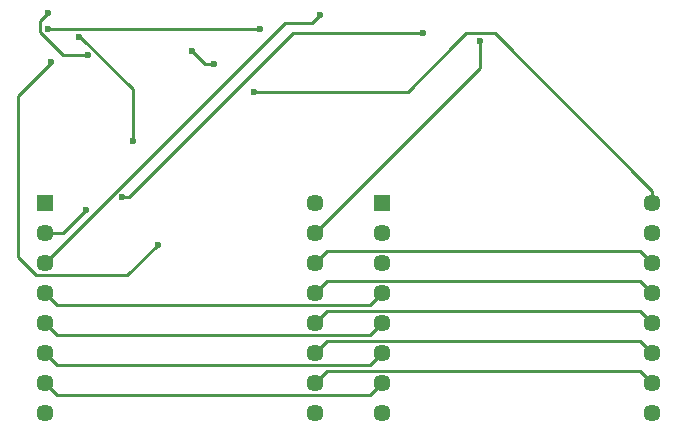
<source format=gbr>
%TF.GenerationSoftware,KiCad,Pcbnew,8.0.2*%
%TF.CreationDate,2024-07-30T13:50:33+02:00*%
%TF.ProjectId,mikrobus_x2_hatPCB,6d696b72-6f62-4757-935f-78325f686174,rev?*%
%TF.SameCoordinates,Original*%
%TF.FileFunction,Copper,L2,Bot*%
%TF.FilePolarity,Positive*%
%FSLAX46Y46*%
G04 Gerber Fmt 4.6, Leading zero omitted, Abs format (unit mm)*
G04 Created by KiCad (PCBNEW 8.0.2) date 2024-07-30 13:50:33*
%MOMM*%
%LPD*%
G01*
G04 APERTURE LIST*
%TA.AperFunction,ComponentPad*%
%ADD10R,1.445000X1.445000*%
%TD*%
%TA.AperFunction,ComponentPad*%
%ADD11C,1.445000*%
%TD*%
%TA.AperFunction,ViaPad*%
%ADD12C,0.600000*%
%TD*%
%TA.AperFunction,Conductor*%
%ADD13C,0.250000*%
%TD*%
G04 APERTURE END LIST*
D10*
%TO.P,IC2,1,AN*%
%TO.N,Net-(IC2-AN)*%
X153170000Y-94120000D03*
D11*
%TO.P,IC2,2,RST*%
%TO.N,Net-(IC2-RST)*%
X153170000Y-96660000D03*
%TO.P,IC2,3,CS*%
%TO.N,Net-(IC2-CS)*%
X153170000Y-99200000D03*
%TO.P,IC2,4,SCK*%
%TO.N,Net-(IC1-SCK)*%
X153170000Y-101740000D03*
%TO.P,IC2,5,MISO*%
%TO.N,Net-(IC1-MISO)*%
X153170000Y-104280000D03*
%TO.P,IC2,6,MOSI*%
%TO.N,Net-(IC1-MOSI)*%
X153170000Y-106820000D03*
%TO.P,IC2,7,+3.3V*%
%TO.N,3V3*%
X153170000Y-109360000D03*
%TO.P,IC2,8,GND_1*%
%TO.N,GND*%
X153170000Y-111900000D03*
%TO.P,IC2,9,PWM*%
%TO.N,Net-(IC2-PWM)*%
X176030000Y-94120000D03*
%TO.P,IC2,10,INT*%
%TO.N,Net-(IC2-INT)*%
X176030000Y-96660000D03*
%TO.P,IC2,11,RX*%
%TO.N,Net-(IC1-RX)*%
X176030000Y-99200000D03*
%TO.P,IC2,12,TX*%
%TO.N,Net-(IC1-TX)*%
X176030000Y-101740000D03*
%TO.P,IC2,13,SCL*%
%TO.N,Net-(IC1-SCL)*%
X176030000Y-104280000D03*
%TO.P,IC2,14,SDA*%
%TO.N,Net-(IC1-SDA)*%
X176030000Y-106820000D03*
%TO.P,IC2,15,+5V*%
%TO.N,5V*%
X176030000Y-109360000D03*
%TO.P,IC2,16,GND_2*%
%TO.N,GND*%
X176030000Y-111900000D03*
%TD*%
D10*
%TO.P,IC1,1,AN*%
%TO.N,Net-(IC1-AN)*%
X124580000Y-94110000D03*
D11*
%TO.P,IC1,2,RST*%
%TO.N,Net-(IC1-RST)*%
X124580000Y-96650000D03*
%TO.P,IC1,3,CS*%
%TO.N,Net-(IC1-CS)*%
X124580000Y-99190000D03*
%TO.P,IC1,4,SCK*%
%TO.N,Net-(IC1-SCK)*%
X124580000Y-101730000D03*
%TO.P,IC1,5,MISO*%
%TO.N,Net-(IC1-MISO)*%
X124580000Y-104270000D03*
%TO.P,IC1,6,MOSI*%
%TO.N,Net-(IC1-MOSI)*%
X124580000Y-106810000D03*
%TO.P,IC1,7,+3.3V*%
%TO.N,3V3*%
X124580000Y-109350000D03*
%TO.P,IC1,8,GND_1*%
%TO.N,GND*%
X124580000Y-111890000D03*
%TO.P,IC1,9,PWM*%
%TO.N,Net-(IC1-PWM)*%
X147440000Y-94110000D03*
%TO.P,IC1,10,INT*%
%TO.N,Net-(IC1-INT)*%
X147440000Y-96650000D03*
%TO.P,IC1,11,RX*%
%TO.N,Net-(IC1-RX)*%
X147440000Y-99190000D03*
%TO.P,IC1,12,TX*%
%TO.N,Net-(IC1-TX)*%
X147440000Y-101730000D03*
%TO.P,IC1,13,SCL*%
%TO.N,Net-(IC1-SCL)*%
X147440000Y-104270000D03*
%TO.P,IC1,14,SDA*%
%TO.N,Net-(IC1-SDA)*%
X147440000Y-106810000D03*
%TO.P,IC1,15,+5V*%
%TO.N,5V*%
X147440000Y-109350000D03*
%TO.P,IC1,16,GND_2*%
%TO.N,GND*%
X147440000Y-111890000D03*
%TD*%
D12*
%TO.N,Net-(IC1-CS)*%
X147880000Y-78200000D03*
%TO.N,Net-(IC1-INT)*%
X161450000Y-80380000D03*
%TO.N,5V*%
X125070000Y-82210000D03*
X134180000Y-97640000D03*
%TO.N,Net-(IC1-SCL)*%
X132010000Y-88830000D03*
X127508917Y-80014999D03*
%TO.N,Net-(IC1-SDA)*%
X128250000Y-81570000D03*
X124840000Y-78050000D03*
%TO.N,3V3*%
X142820000Y-79390000D03*
X124820000Y-79390000D03*
%TO.N,Net-(IC1-RST)*%
X131096942Y-93556942D03*
X156570000Y-79700000D03*
X128070000Y-94720000D03*
%TO.N,Net-(IC2-PWM)*%
X137070000Y-81260000D03*
X142320000Y-84670000D03*
X138910000Y-82340000D03*
%TD*%
D13*
%TO.N,Net-(IC1-CS)*%
X144920000Y-78850000D02*
X147230000Y-78850000D01*
X147230000Y-78850000D02*
X147880000Y-78200000D01*
X124580000Y-99190000D02*
X144920000Y-78850000D01*
%TO.N,Net-(IC1-RX)*%
X176030000Y-99200000D02*
X174982500Y-98152500D01*
X148477500Y-98152500D02*
X147440000Y-99190000D01*
X174982500Y-98152500D02*
X148477500Y-98152500D01*
%TO.N,Net-(IC1-INT)*%
X161450000Y-82640000D02*
X161450000Y-80380000D01*
X147440000Y-96650000D02*
X161450000Y-82640000D01*
%TO.N,5V*%
X147440000Y-109350000D02*
X148477500Y-108312500D01*
X122280000Y-98690000D02*
X122280000Y-85030000D01*
X122280000Y-85030000D02*
X125070000Y-82240000D01*
X134180000Y-97640000D02*
X131582500Y-100237500D01*
X123827500Y-100237500D02*
X122280000Y-98690000D01*
X174982500Y-108312500D02*
X176030000Y-109360000D01*
X148477500Y-108312500D02*
X174982500Y-108312500D01*
X125070000Y-82240000D02*
X125070000Y-82210000D01*
X131582500Y-100237500D02*
X123827500Y-100237500D01*
%TO.N,Net-(IC1-SCL)*%
X148477500Y-103232500D02*
X147440000Y-104270000D01*
X127578883Y-80014999D02*
X127508917Y-80014999D01*
X176030000Y-104280000D02*
X174982500Y-103232500D01*
X132010000Y-88830000D02*
X132010000Y-84446116D01*
X132010000Y-84446116D02*
X127578883Y-80014999D01*
X174982500Y-103232500D02*
X148477500Y-103232500D01*
%TO.N,Net-(IC1-SDA)*%
X124190000Y-78700000D02*
X124840000Y-78050000D01*
X174982500Y-105772500D02*
X176030000Y-106820000D01*
X128250000Y-81570000D02*
X126116116Y-81570000D01*
X147440000Y-106810000D02*
X148477500Y-105772500D01*
X148477500Y-105772500D02*
X174982500Y-105772500D01*
X124190000Y-79643884D02*
X124190000Y-78700000D01*
X126116116Y-81570000D02*
X124190000Y-79643884D01*
%TO.N,Net-(IC1-MISO)*%
X125627500Y-105317500D02*
X152132500Y-105317500D01*
X124580000Y-104270000D02*
X125627500Y-105317500D01*
X152132500Y-105317500D02*
X153170000Y-104280000D01*
%TO.N,Net-(IC1-MOSI)*%
X125627500Y-107857500D02*
X152132500Y-107857500D01*
X124580000Y-106810000D02*
X125627500Y-107857500D01*
X152132500Y-107857500D02*
X153170000Y-106820000D01*
%TO.N,Net-(IC1-SCK)*%
X152132500Y-102777500D02*
X153170000Y-101740000D01*
X124580000Y-101730000D02*
X125627500Y-102777500D01*
X125627500Y-102777500D02*
X152132500Y-102777500D01*
%TO.N,Net-(IC1-TX)*%
X176030000Y-101740000D02*
X174972500Y-100682500D01*
X174972500Y-100682500D02*
X148487500Y-100682500D01*
X148487500Y-100682500D02*
X147440000Y-101730000D01*
%TO.N,3V3*%
X124580000Y-109350000D02*
X125627500Y-110397500D01*
X124820000Y-79390000D02*
X142820000Y-79390000D01*
X152132500Y-110397500D02*
X153170000Y-109360000D01*
X125627500Y-110397500D02*
X152132500Y-110397500D01*
%TO.N,Net-(IC1-RST)*%
X131096942Y-93556942D02*
X131713058Y-93556942D01*
X145570000Y-79700000D02*
X156570000Y-79700000D01*
X126140000Y-96650000D02*
X128070000Y-94720000D01*
X124580000Y-96650000D02*
X126140000Y-96650000D01*
X131713058Y-93556942D02*
X145570000Y-79700000D01*
%TO.N,Net-(IC2-PWM)*%
X155300000Y-84670000D02*
X142320000Y-84670000D01*
X138910000Y-82340000D02*
X138150000Y-82340000D01*
X160230000Y-79740000D02*
X159310000Y-80660000D01*
X159310000Y-80660000D02*
X155300000Y-84670000D01*
X176030000Y-94120000D02*
X176030000Y-93098231D01*
X138150000Y-82340000D02*
X137070000Y-81260000D01*
X176030000Y-93098231D02*
X162671769Y-79740000D01*
X162671769Y-79740000D02*
X160230000Y-79740000D01*
%TD*%
M02*

</source>
